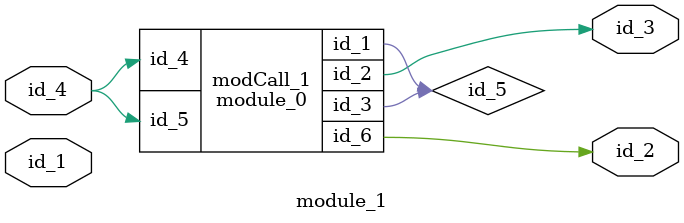
<source format=v>
module module_0 (
    id_1,
    id_2,
    id_3,
    id_4,
    id_5,
    id_6
);
  output wire id_6;
  input wire id_5;
  input wire id_4;
  output wire id_3;
  output wire id_2;
  output wire id_1;
  wire id_7;
  wire id_8, id_9, id_10;
  wire id_11, id_12;
  wire id_13, id_14;
endmodule
module module_1 (
    id_1,
    id_2,
    id_3,
    id_4
);
  input wire id_4;
  output wire id_3;
  output wire id_2;
  input wire id_1;
  wire id_5;
  module_0 modCall_1 (
      id_5,
      id_3,
      id_5,
      id_4,
      id_4,
      id_2
  );
  parameter id_6 = id_1;
endmodule

</source>
